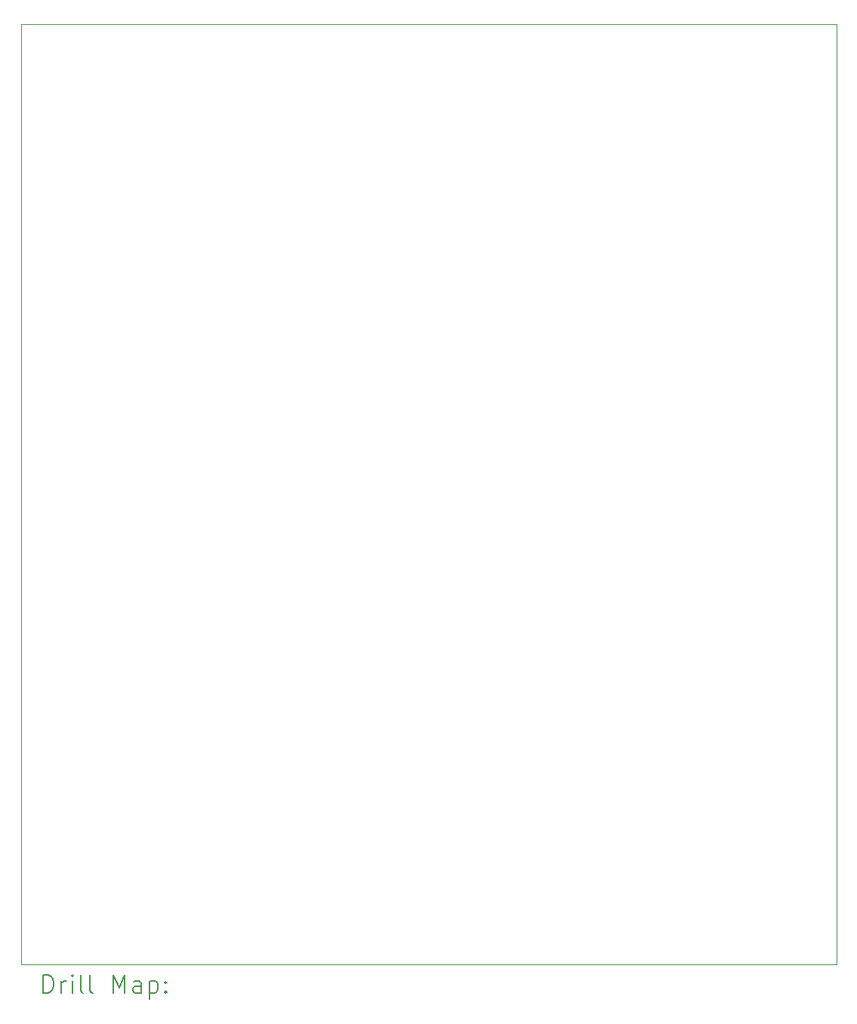
<source format=gbr>
%FSLAX45Y45*%
G04 Gerber Fmt 4.5, Leading zero omitted, Abs format (unit mm)*
G04 Created by KiCad (PCBNEW 6.0.0) date 2022-03-27 17:34:49*
%MOMM*%
%LPD*%
G01*
G04 APERTURE LIST*
%TA.AperFunction,Profile*%
%ADD10C,0.100000*%
%TD*%
%ADD11C,0.200000*%
G04 APERTURE END LIST*
D10*
X18669000Y-8128000D02*
X9525000Y-8128000D01*
X9525000Y-8128000D02*
X9525000Y-18669000D01*
X9525000Y-18669000D02*
X18669000Y-18669000D01*
X18669000Y-18669000D02*
X18669000Y-8128000D01*
D11*
X9777619Y-18984476D02*
X9777619Y-18784476D01*
X9825238Y-18784476D01*
X9853810Y-18794000D01*
X9872857Y-18813048D01*
X9882381Y-18832095D01*
X9891905Y-18870190D01*
X9891905Y-18898762D01*
X9882381Y-18936857D01*
X9872857Y-18955905D01*
X9853810Y-18974952D01*
X9825238Y-18984476D01*
X9777619Y-18984476D01*
X9977619Y-18984476D02*
X9977619Y-18851143D01*
X9977619Y-18889238D02*
X9987143Y-18870190D01*
X9996667Y-18860667D01*
X10015714Y-18851143D01*
X10034762Y-18851143D01*
X10101429Y-18984476D02*
X10101429Y-18851143D01*
X10101429Y-18784476D02*
X10091905Y-18794000D01*
X10101429Y-18803524D01*
X10110952Y-18794000D01*
X10101429Y-18784476D01*
X10101429Y-18803524D01*
X10225238Y-18984476D02*
X10206190Y-18974952D01*
X10196667Y-18955905D01*
X10196667Y-18784476D01*
X10330000Y-18984476D02*
X10310952Y-18974952D01*
X10301429Y-18955905D01*
X10301429Y-18784476D01*
X10558571Y-18984476D02*
X10558571Y-18784476D01*
X10625238Y-18927333D01*
X10691905Y-18784476D01*
X10691905Y-18984476D01*
X10872857Y-18984476D02*
X10872857Y-18879714D01*
X10863333Y-18860667D01*
X10844286Y-18851143D01*
X10806190Y-18851143D01*
X10787143Y-18860667D01*
X10872857Y-18974952D02*
X10853810Y-18984476D01*
X10806190Y-18984476D01*
X10787143Y-18974952D01*
X10777619Y-18955905D01*
X10777619Y-18936857D01*
X10787143Y-18917810D01*
X10806190Y-18908286D01*
X10853810Y-18908286D01*
X10872857Y-18898762D01*
X10968095Y-18851143D02*
X10968095Y-19051143D01*
X10968095Y-18860667D02*
X10987143Y-18851143D01*
X11025238Y-18851143D01*
X11044286Y-18860667D01*
X11053810Y-18870190D01*
X11063333Y-18889238D01*
X11063333Y-18946381D01*
X11053810Y-18965429D01*
X11044286Y-18974952D01*
X11025238Y-18984476D01*
X10987143Y-18984476D01*
X10968095Y-18974952D01*
X11149048Y-18965429D02*
X11158571Y-18974952D01*
X11149048Y-18984476D01*
X11139524Y-18974952D01*
X11149048Y-18965429D01*
X11149048Y-18984476D01*
X11149048Y-18860667D02*
X11158571Y-18870190D01*
X11149048Y-18879714D01*
X11139524Y-18870190D01*
X11149048Y-18860667D01*
X11149048Y-18879714D01*
M02*

</source>
